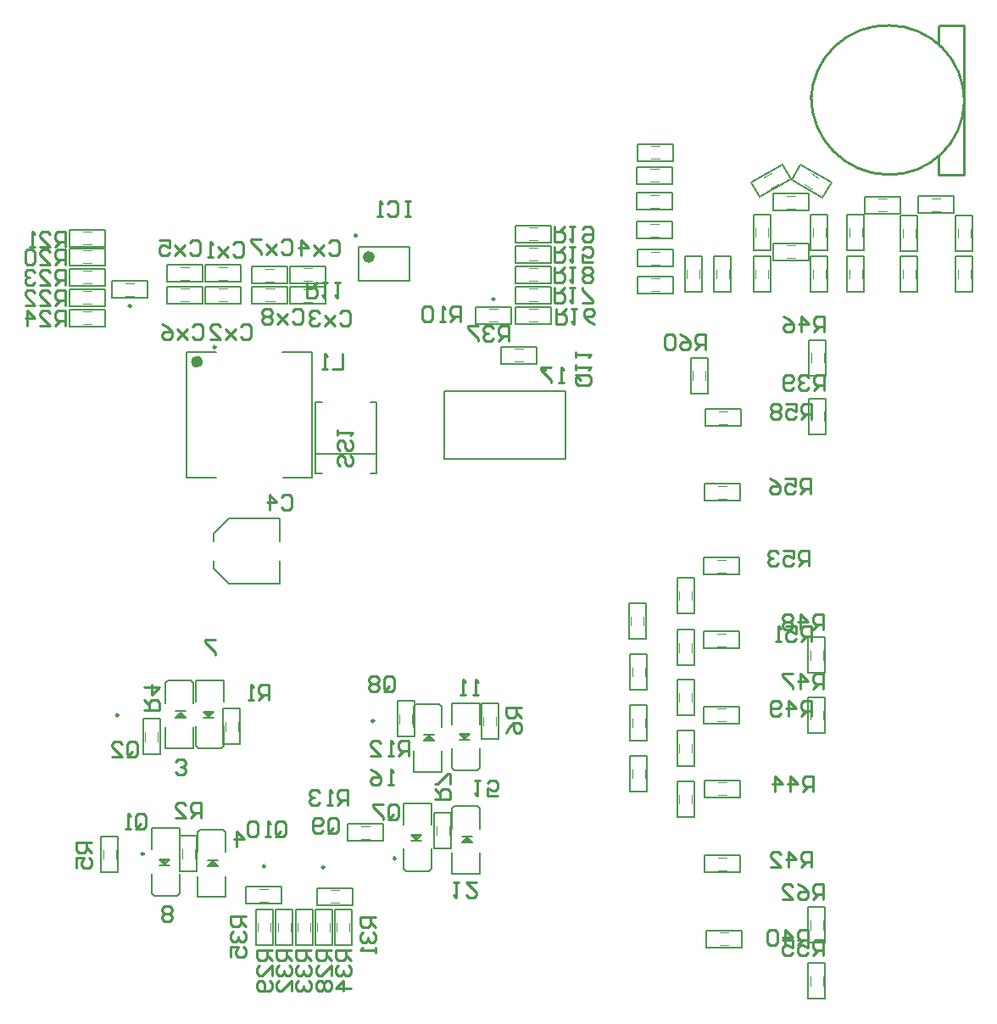
<source format=gbo>
G04*
G04 #@! TF.GenerationSoftware,Altium Limited,Altium Designer,18.1.6 (161)*
G04*
G04 Layer_Color=32896*
%FSTAX24Y24*%
%MOIN*%
G70*
G01*
G75*
%ADD10C,0.0040*%
%ADD11C,0.0079*%
%ADD13C,0.0098*%
%ADD14C,0.0100*%
%ADD15C,0.0050*%
%ADD119C,0.0236*%
D10*
X12118Y068249D02*
X12152D01*
X12118Y068749D02*
X12152D01*
X122695Y067221D02*
Y067561D01*
X122195Y067221D02*
Y067561D01*
X122695Y065618D02*
Y065958D01*
X122195Y065618D02*
Y065958D01*
X120545Y067221D02*
Y067561D01*
X120045Y067221D02*
Y067561D01*
X120545Y065618D02*
Y065958D01*
X120045Y065618D02*
Y065958D01*
X119079Y06875D02*
X119419D01*
X119079Y06825D02*
X119419D01*
X118445Y06724D02*
Y06758D01*
X117945Y06724D02*
Y06758D01*
X118445Y065618D02*
Y065958D01*
X117945Y065618D02*
Y065958D01*
X116178Y069303D02*
X116472Y069133D01*
X116428Y069736D02*
X116722Y069566D01*
X114585Y069581D02*
X114879Y069751D01*
X114835Y069148D02*
X115129Y069318D01*
X11548Y066407D02*
X11582D01*
X11548Y066907D02*
X11582D01*
X116995Y065608D02*
Y065948D01*
X116495Y065608D02*
Y065948D01*
X116995Y067245D02*
Y067585D01*
X116495Y067245D02*
Y067585D01*
X115463Y06835D02*
X115803D01*
X115463Y06885D02*
X115803D01*
X114757Y067245D02*
Y067585D01*
X114257Y067245D02*
Y067585D01*
X11475Y065608D02*
Y065948D01*
X11425Y065608D02*
Y065948D01*
X1132Y065608D02*
Y065948D01*
X1127Y065608D02*
Y065948D01*
X11013Y0703D02*
X11047D01*
X11013Y0708D02*
X11047D01*
X11205Y065608D02*
Y065948D01*
X11155Y065608D02*
Y065948D01*
X110151Y0651D02*
X110491D01*
X110151Y0656D02*
X110491D01*
X11013Y06615D02*
X11047D01*
X11013Y06665D02*
X11047D01*
X110102Y06725D02*
X110442D01*
X110102Y06775D02*
X110442D01*
X110102Y068399D02*
X110442D01*
X110102Y068899D02*
X110442D01*
X110102Y0694D02*
X110442D01*
X110102Y0699D02*
X110442D01*
X1099Y04998D02*
Y05032D01*
X1094Y04998D02*
Y05032D01*
X1164Y04828D02*
Y04862D01*
X1169Y04828D02*
Y04862D01*
X112813Y059898D02*
X113153D01*
X112813Y060398D02*
X113153D01*
X11278Y05695D02*
X11312D01*
X11278Y05745D02*
X11312D01*
X11273Y05405D02*
X11307D01*
X11273Y05455D02*
X11307D01*
X112732Y05115D02*
X113072D01*
X112732Y05165D02*
X113072D01*
X11273Y0482D02*
X11307D01*
X11273Y0487D02*
X11307D01*
X11278Y0453D02*
X11312D01*
X11278Y0458D02*
X11312D01*
X11278Y04235D02*
X11312D01*
X11278Y04285D02*
X11312D01*
X11283Y0394D02*
X11317D01*
X11283Y0399D02*
X11317D01*
X11175Y05298D02*
Y05332D01*
X11125Y05298D02*
Y05332D01*
X10985Y05198D02*
Y05232D01*
X10935Y05198D02*
Y05232D01*
X11175Y05093D02*
Y05127D01*
X11125Y05093D02*
Y05127D01*
X11175Y04898D02*
Y04932D01*
X11125Y04898D02*
Y04932D01*
X1099Y04798D02*
Y04832D01*
X1094Y04798D02*
Y04832D01*
X11175Y04698D02*
Y04732D01*
X11125Y04698D02*
Y04732D01*
X1099Y04598D02*
Y04632D01*
X1094Y04598D02*
Y04632D01*
X11175Y04498D02*
Y04532D01*
X11125Y04498D02*
Y04532D01*
X116433Y060028D02*
Y060368D01*
X116933Y060028D02*
Y060368D01*
X1164Y03783D02*
Y03817D01*
X1169Y03783D02*
Y03817D01*
Y04003D02*
Y04037D01*
X1164Y04003D02*
Y04037D01*
X112283Y061628D02*
Y061968D01*
X111783Y061628D02*
Y061968D01*
X116933Y062328D02*
Y062668D01*
X116433Y062328D02*
Y062668D01*
X1169Y05063D02*
Y05097D01*
X1164Y05063D02*
Y05097D01*
X10355Y048055D02*
Y048395D01*
X10405Y048055D02*
Y048395D01*
X10075Y04813D02*
Y04847D01*
X10025Y04813D02*
Y04847D01*
X1022Y043755D02*
Y044095D01*
X1017Y043755D02*
Y044095D01*
X0922Y04283D02*
Y04317D01*
X0917Y04283D02*
Y04317D01*
X0891Y042805D02*
Y043145D01*
X0886Y042805D02*
Y043145D01*
X09025Y04743D02*
Y04777D01*
X09075Y04743D02*
Y04777D01*
X0934Y04783D02*
Y04817D01*
X0939Y04783D02*
Y04817D01*
X09873Y043599D02*
X09907D01*
X09873Y044099D02*
X09907D01*
X10478Y06235D02*
X10512D01*
X10478Y06285D02*
X10512D01*
X10378Y0644D02*
X10412D01*
X10378Y0639D02*
X10412D01*
X08948Y064925D02*
X08982D01*
X08948Y065425D02*
X08982D01*
X09779Y039953D02*
Y040293D01*
X09829Y039953D02*
Y040293D01*
X09753Y041073D02*
X09787D01*
X09753Y041573D02*
X09787D01*
X097015Y039953D02*
Y040293D01*
X097515Y039953D02*
Y040293D01*
X09624Y039953D02*
Y040293D01*
X09674Y039953D02*
Y040293D01*
X095465Y039953D02*
Y040293D01*
X095965Y039953D02*
Y040293D01*
X09473Y041123D02*
X09507D01*
X09473Y041623D02*
X09507D01*
X09469Y039953D02*
Y040293D01*
X09519Y039953D02*
Y040293D01*
X087805Y06745D02*
X088145D01*
X087805Y06695D02*
X088145D01*
X087805Y0667D02*
X088145D01*
X087805Y0662D02*
X088145D01*
X087805Y0659D02*
X088145D01*
X087805Y0654D02*
X088145D01*
X087805Y0651D02*
X088145D01*
X087805Y0646D02*
X088145D01*
X087805Y0643D02*
X088145D01*
X087805Y0638D02*
X088145D01*
X10533Y0647D02*
X10567D01*
X10533Y0652D02*
X10567D01*
X10533Y0655D02*
X10567D01*
X10533Y066D02*
X10567D01*
X10533Y0671D02*
X10567D01*
X10533Y0676D02*
X10567D01*
X10533Y0639D02*
X10567D01*
X10533Y0644D02*
X10567D01*
X10533Y0663D02*
X10567D01*
X10533Y0668D02*
X10567D01*
X09498Y06599D02*
X09532D01*
X09498Y06549D02*
X09532D01*
X094986Y0652D02*
X095326D01*
X094986Y0647D02*
X095326D01*
X096474Y066D02*
X096814D01*
X096474Y0655D02*
X096814D01*
X09648Y06519D02*
X09682D01*
X09648Y06469D02*
X09682D01*
X091636Y06605D02*
X091976D01*
X091636Y06555D02*
X091976D01*
X091636Y0652D02*
X091976D01*
X091636Y0647D02*
X091976D01*
X09313Y06605D02*
X09347D01*
X09313Y06555D02*
X09347D01*
X09313Y0652D02*
X09347D01*
X09313Y0647D02*
X09347D01*
D11*
X091889Y057789D02*
Y062711D01*
X096811Y057789D02*
Y062711D01*
X095669Y057789D02*
X096791D01*
X091889D02*
X093051D01*
X095649Y062711D02*
X096811D01*
X091889D02*
X093051D01*
X100654Y065528D02*
Y066847D01*
X098646Y065528D02*
Y066847D01*
Y065528D02*
X100654D01*
X098646Y066847D02*
X100654D01*
X102Y05852D02*
X10612D01*
X102D02*
Y06118D01*
X10678D01*
Y05852D02*
Y06118D01*
X10611Y05852D02*
X10678D01*
X102703Y043676D02*
X103097D01*
X102782Y043479D02*
X103018D01*
X102703Y04344D02*
X103097D01*
X102703D02*
X1029Y043637D01*
X102841Y043538D02*
X102959D01*
X1029Y043637D02*
X103097Y04344D01*
X1023Y043997D02*
Y044775D01*
X1034Y043997D02*
Y044775D01*
Y042225D02*
Y043053D01*
X1023Y042225D02*
Y043053D01*
X1024Y044875D02*
X1033D01*
X1034Y044775D01*
X1023D02*
X1024Y044875D01*
X1023Y042225D02*
X1034D01*
X102603Y047474D02*
X102997D01*
X102682Y047671D02*
X102918D01*
X102603Y04771D02*
X102997D01*
X1028Y047513D02*
X102997Y04771D01*
X102741Y047612D02*
X102859D01*
X102603Y04771D02*
X1028Y047513D01*
X1034Y046375D02*
Y047153D01*
X1023Y046375D02*
Y047153D01*
Y048097D02*
Y048925D01*
X1034Y048097D02*
Y048925D01*
X1024Y046275D02*
X1033D01*
X1023Y046375D02*
X1024Y046275D01*
X1033D02*
X1034Y046375D01*
X1023Y048925D02*
X1034D01*
X100703Y043524D02*
X101097D01*
X100782Y043721D02*
X101018D01*
X100703Y04376D02*
X101097D01*
X1009Y043563D02*
X101097Y04376D01*
X100841Y043662D02*
X100959D01*
X100703Y04376D02*
X1009Y043563D01*
X1015Y042425D02*
Y043203D01*
X1004Y042425D02*
Y043203D01*
Y044147D02*
Y044975D01*
X1015Y044147D02*
Y044975D01*
X1005Y042325D02*
X1014D01*
X1004Y042425D02*
X1005Y042325D01*
X1014D02*
X1015Y042425D01*
X1004Y044975D02*
X1015D01*
X101203Y047676D02*
X101597D01*
X101282Y047479D02*
X101518D01*
X101203Y04744D02*
X101597D01*
X101203D02*
X1014Y047637D01*
X101341Y047538D02*
X101459D01*
X1014Y047637D02*
X101597Y04744D01*
X1008Y047997D02*
Y048775D01*
X1019Y047997D02*
Y048775D01*
Y046225D02*
Y047053D01*
X1008Y046225D02*
Y047053D01*
X1009Y048875D02*
X1018D01*
X1019Y048775D01*
X1008D02*
X1009Y048875D01*
X1008Y046225D02*
X1019D01*
X090803Y042549D02*
X091197D01*
X090882Y042746D02*
X091118D01*
X090803Y042785D02*
X091197D01*
X091Y042588D02*
X091197Y042785D01*
X090941Y042687D02*
X091059D01*
X090803Y042785D02*
X091Y042588D01*
X0916Y04145D02*
Y042228D01*
X0905Y04145D02*
Y042228D01*
Y043172D02*
Y044D01*
X0916Y043172D02*
Y044D01*
X0906Y04135D02*
X0915D01*
X0905Y04145D02*
X0906Y04135D01*
X0915D02*
X0916Y04145D01*
X0905Y044D02*
X0916D01*
X092703Y042751D02*
X093097D01*
X092782Y042554D02*
X093018D01*
X092703Y042515D02*
X093097D01*
X092703D02*
X0929Y042712D01*
X092841Y042613D02*
X092959D01*
X0929Y042712D02*
X093097Y042515D01*
X0923Y043072D02*
Y04385D01*
X0934Y043072D02*
Y04385D01*
Y0413D02*
Y042128D01*
X0923Y0413D02*
Y042128D01*
X0924Y04395D02*
X0933D01*
X0934Y04385D01*
X0923D02*
X0924Y04395D01*
X0923Y0413D02*
X0934D01*
X091453Y048601D02*
X091847D01*
X091532Y048404D02*
X091768D01*
X091453Y048365D02*
X091847D01*
X091453D02*
X09165Y048562D01*
X091591Y048463D02*
X091709D01*
X09165Y048562D02*
X091847Y048365D01*
X09105Y048922D02*
Y0497D01*
X09215Y048922D02*
Y0497D01*
Y04715D02*
Y047978D01*
X09105Y04715D02*
Y047978D01*
X09115Y0498D02*
X09205D01*
X09215Y0497D01*
X09105D02*
X09115Y0498D01*
X09105Y04715D02*
X09215D01*
X092553Y048349D02*
X092947D01*
X092632Y048546D02*
X092868D01*
X092553Y048585D02*
X092947D01*
X09275Y048388D02*
X092947Y048585D01*
X092691Y048487D02*
X092809D01*
X092553Y048585D02*
X09275Y048388D01*
X09335Y04725D02*
Y048028D01*
X09225Y04725D02*
Y048028D01*
Y048972D02*
Y0498D01*
X09335Y048972D02*
Y0498D01*
X09235Y04715D02*
X09325D01*
X09225Y04725D02*
X09235Y04715D01*
X09325D02*
X09335Y04725D01*
X09225Y0498D02*
X09335D01*
D13*
X093031Y062908D02*
G03*
X093031Y062908I-000049J0D01*
G01*
X098575Y0673D02*
G03*
X098575Y0673I-000049J0D01*
G01*
X1001Y042825D02*
G03*
X1001Y042825I-000049J0D01*
G01*
X089198Y04845D02*
G03*
X089198Y04845I-000049J0D01*
G01*
X097298Y042473D02*
G03*
X097298Y042473I-000049J0D01*
G01*
X094974Y042515D02*
G03*
X094974Y042515I-000049J0D01*
G01*
X089699Y064526D02*
G03*
X089699Y064526I-000049J0D01*
G01*
X103991Y064799D02*
G03*
X103991Y064799I-000049J0D01*
G01*
X105998Y062D02*
G03*
X105998Y062I-000049J0D01*
G01*
X099248Y048225D02*
G03*
X099248Y048225I-000049J0D01*
G01*
X0902Y043D02*
G03*
X0902Y043I-000049J0D01*
G01*
D14*
X116433Y072797D02*
G03*
X119464Y069687I003071J-000039D01*
G01*
Y069687D02*
G03*
X122456Y072561I000059J002933D01*
G01*
X122456D02*
G03*
X119504Y075553I-002972J00002D01*
G01*
D02*
G03*
X116433Y072639I-000079J-002992D01*
G01*
X121472Y075553D02*
X122456D01*
X121433Y074844D02*
Y075513D01*
Y069687D02*
Y070395D01*
Y069687D02*
X122456Y069687D01*
X121472Y069687D02*
X122417D01*
X122378D02*
X122456Y069687D01*
Y075553D01*
X11691Y041224D02*
Y041823D01*
X11661D01*
X11651Y041723D01*
Y041523D01*
X11661Y041424D01*
X11691D01*
X11671D02*
X11651Y041224D01*
X11591Y041823D02*
X11611Y041723D01*
X11631Y041523D01*
Y041324D01*
X11621Y041224D01*
X11601D01*
X11591Y041324D01*
Y041424D01*
X11601Y041523D01*
X11631D01*
X115311Y041224D02*
X11571D01*
X115311Y041623D01*
Y041723D01*
X11541Y041823D01*
X11561D01*
X11571Y041723D01*
X112283Y062828D02*
Y063428D01*
X111983D01*
X111883Y063328D01*
Y063128D01*
X111983Y063028D01*
X112283D01*
X112083D02*
X111883Y062828D01*
X111283Y063428D02*
X111483Y063328D01*
X111683Y063128D01*
Y062928D01*
X111583Y062828D01*
X111383D01*
X111283Y062928D01*
Y063028D01*
X111383Y063128D01*
X111683D01*
X111083Y063328D02*
X110983Y063428D01*
X110783D01*
X110683Y063328D01*
Y062928D01*
X110783Y062828D01*
X110983D01*
X111083Y062928D01*
Y063328D01*
X116433Y060072D02*
Y060671D01*
X116133D01*
X116033Y060571D01*
Y060371D01*
X116133Y060271D01*
X116433D01*
X116233D02*
X116033Y060072D01*
X115433Y060671D02*
X115833D01*
Y060371D01*
X115633Y060471D01*
X115533D01*
X115433Y060371D01*
Y060172D01*
X115533Y060072D01*
X115733D01*
X115833Y060172D01*
X115233Y060571D02*
X115133Y060671D01*
X114933D01*
X114833Y060571D01*
Y060471D01*
X114933Y060371D01*
X114833Y060271D01*
Y060172D01*
X114933Y060072D01*
X115133D01*
X115233Y060172D01*
Y060271D01*
X115133Y060371D01*
X115233Y060471D01*
Y060571D01*
X115133Y060371D02*
X114933D01*
X1164Y05715D02*
Y05775D01*
X1161D01*
X116Y05765D01*
Y05745D01*
X1161Y05735D01*
X1164D01*
X1162D02*
X116Y05715D01*
X1154Y05775D02*
X1158D01*
Y05745D01*
X1156Y05755D01*
X1155D01*
X1154Y05745D01*
Y05725D01*
X1155Y05715D01*
X1157D01*
X1158Y05725D01*
X114801Y05775D02*
X115Y05765D01*
X1152Y05745D01*
Y05725D01*
X1151Y05715D01*
X1149D01*
X114801Y05725D01*
Y05735D01*
X1149Y05745D01*
X1152D01*
X11692Y03902D02*
Y03962D01*
X11662D01*
X11652Y03952D01*
Y03932D01*
X11662Y03922D01*
X11692D01*
X11672D02*
X11652Y03902D01*
X11592Y03962D02*
X11632D01*
Y03932D01*
X11612Y03942D01*
X11602D01*
X11592Y03932D01*
Y03912D01*
X11602Y03902D01*
X11622D01*
X11632Y03912D01*
X115321Y03962D02*
X11572D01*
Y03932D01*
X11552Y03942D01*
X11542D01*
X115321Y03932D01*
Y03912D01*
X11542Y03902D01*
X11562D01*
X11572Y03912D01*
X11635Y0543D02*
Y0549D01*
X11605D01*
X11595Y0548D01*
Y0546D01*
X11605Y0545D01*
X11635D01*
X11615D02*
X11595Y0543D01*
X11535Y0549D02*
X11575D01*
Y0546D01*
X11555Y0547D01*
X11545D01*
X11535Y0546D01*
Y0544D01*
X11545Y0543D01*
X11565D01*
X11575Y0544D01*
X11515Y0548D02*
X11505Y0549D01*
X114851D01*
X114751Y0548D01*
Y0547D01*
X114851Y0546D01*
X11495D01*
X114851D01*
X114751Y0545D01*
Y0544D01*
X114851Y0543D01*
X11505D01*
X11515Y0544D01*
X116452Y05135D02*
Y05195D01*
X116152D01*
X116052Y05185D01*
Y05165D01*
X116152Y05155D01*
X116452D01*
X116252D02*
X116052Y05135D01*
X115452Y05195D02*
X115852D01*
Y05165D01*
X115652Y05175D01*
X115552D01*
X115452Y05165D01*
Y05145D01*
X115552Y05135D01*
X115752D01*
X115852Y05145D01*
X115252Y05135D02*
X115052D01*
X115152D01*
Y05195D01*
X115252Y05185D01*
X11645Y0484D02*
Y049D01*
X11615D01*
X11605Y0489D01*
Y0487D01*
X11615Y0486D01*
X11645D01*
X11625D02*
X11605Y0484D01*
X11555D02*
Y049D01*
X11585Y0487D01*
X11545D01*
X11525Y0485D02*
X11515Y0484D01*
X114951D01*
X114851Y0485D01*
Y0489D01*
X114951Y049D01*
X11515D01*
X11525Y0489D01*
Y0488D01*
X11515Y0487D01*
X114851D01*
X11691Y05183D02*
Y05243D01*
X11661D01*
X11651Y05233D01*
Y05213D01*
X11661Y05203D01*
X11691D01*
X11671D02*
X11651Y05183D01*
X11601D02*
Y05243D01*
X11631Y05213D01*
X11591D01*
X11571Y05233D02*
X11561Y05243D01*
X11541D01*
X115311Y05233D01*
Y05223D01*
X11541Y05213D01*
X115311Y05203D01*
Y05193D01*
X11541Y05183D01*
X11561D01*
X11571Y05193D01*
Y05203D01*
X11561Y05213D01*
X11571Y05223D01*
Y05233D01*
X11561Y05213D02*
X11541D01*
X11692Y04947D02*
Y05007D01*
X11662D01*
X11652Y04997D01*
Y04977D01*
X11662Y04967D01*
X11692D01*
X11672D02*
X11652Y04947D01*
X11602D02*
Y05007D01*
X11632Y04977D01*
X11592D01*
X11572Y05007D02*
X115321D01*
Y04997D01*
X11572Y04957D01*
Y04947D01*
X116943Y063519D02*
Y064119D01*
X116643D01*
X116543Y064019D01*
Y063819D01*
X116643Y063719D01*
X116943D01*
X116743D02*
X116543Y063519D01*
X116043D02*
Y064119D01*
X116343Y063819D01*
X115943D01*
X115343Y064119D02*
X115543Y064019D01*
X115743Y063819D01*
Y063619D01*
X115643Y063519D01*
X115443D01*
X115343Y063619D01*
Y063719D01*
X115443Y063819D01*
X115743D01*
X1165Y04545D02*
Y04605D01*
X1162D01*
X1161Y04595D01*
Y04575D01*
X1162Y04565D01*
X1165D01*
X1163D02*
X1161Y04545D01*
X1156D02*
Y04605D01*
X1159Y04575D01*
X1155D01*
X115Y04545D02*
Y04605D01*
X1153Y04575D01*
X114901D01*
X11645Y042475D02*
Y043075D01*
X11615D01*
X11605Y042975D01*
Y042775D01*
X11615Y042675D01*
X11645D01*
X11625D02*
X11605Y042475D01*
X11555D02*
Y043075D01*
X11585Y042775D01*
X11545D01*
X114851Y042475D02*
X11525D01*
X114851Y042875D01*
Y042975D01*
X11495Y043075D01*
X11515D01*
X11525Y042975D01*
X1163Y039404D02*
Y040004D01*
X116D01*
X1159Y039904D01*
Y039704D01*
X116Y039604D01*
X1163D01*
X1161D02*
X1159Y039404D01*
X1154D02*
Y040004D01*
X1157Y039704D01*
X1153D01*
X1151Y039904D02*
X115Y040004D01*
X1148D01*
X114701Y039904D01*
Y039504D01*
X1148Y039404D01*
X115D01*
X1151Y039504D01*
Y039904D01*
X116943Y061228D02*
Y061828D01*
X116643D01*
X116543Y061728D01*
Y061528D01*
X116643Y061428D01*
X116943D01*
X116743D02*
X116543Y061228D01*
X116343Y061728D02*
X116243Y061828D01*
X116043D01*
X115943Y061728D01*
Y061628D01*
X116043Y061528D01*
X116143D01*
X116043D01*
X115943Y061428D01*
Y061328D01*
X116043Y061228D01*
X116243D01*
X116343Y061328D01*
X115743D02*
X115643Y061228D01*
X115443D01*
X115343Y061328D01*
Y061728D01*
X115443Y061828D01*
X115643D01*
X115743Y061728D01*
Y061628D01*
X115643Y061528D01*
X115343D01*
X10068Y068645D02*
X10048D01*
X10058D01*
Y068045D01*
X10068D01*
X10048D01*
X09978Y068545D02*
X09988Y068645D01*
X10008D01*
X10018Y068545D01*
Y068145D01*
X10008Y068045D01*
X09988D01*
X09978Y068145D01*
X09958Y068045D02*
X09938D01*
X09948D01*
Y068645D01*
X09958Y068545D01*
X09605Y06431D02*
X09615Y06441D01*
X09635D01*
X09645Y06431D01*
Y06391D01*
X09635Y06381D01*
X09615D01*
X09605Y06391D01*
X09585Y06421D02*
X09545Y06381D01*
X09565Y06401D01*
X09545Y06421D01*
X09585Y06381D01*
X09525Y06431D02*
X09515Y06441D01*
X09495D01*
X094851Y06431D01*
Y06421D01*
X09495Y06411D01*
X094851Y06401D01*
Y06391D01*
X09495Y06381D01*
X09515D01*
X09525Y06391D01*
Y06401D01*
X09515Y06411D01*
X09525Y06421D01*
Y06431D01*
X09515Y06411D02*
X09495D01*
X0956Y06705D02*
X0957Y06715D01*
X0959D01*
X096Y06705D01*
Y06665D01*
X0959Y06655D01*
X0957D01*
X0956Y06665D01*
X0954Y06695D02*
X095Y06655D01*
X0952Y06675D01*
X095Y06695D01*
X0954Y06655D01*
X0948Y06715D02*
X094401D01*
Y06705D01*
X0948Y06665D01*
Y06655D01*
X0921Y0637D02*
X0922Y0638D01*
X0924D01*
X0925Y0637D01*
Y0633D01*
X0924Y0632D01*
X0922D01*
X0921Y0633D01*
X0919Y0636D02*
X0915Y0632D01*
X0917Y0634D01*
X0915Y0636D01*
X0919Y0632D01*
X090901Y0638D02*
X0911Y0637D01*
X0913Y0635D01*
Y0633D01*
X0912Y0632D01*
X091D01*
X090901Y0633D01*
Y0634D01*
X091Y0635D01*
X0913D01*
X092Y067D02*
X0921Y0671D01*
X0923D01*
X0924Y067D01*
Y0666D01*
X0923Y0665D01*
X0921D01*
X092Y0666D01*
X0918Y0669D02*
X0914Y0665D01*
X0916Y0667D01*
X0914Y0669D01*
X0918Y0665D01*
X090801Y0671D02*
X0912D01*
Y0668D01*
X091Y0669D01*
X0909D01*
X090801Y0668D01*
Y0666D01*
X0909Y0665D01*
X0911D01*
X0912Y0666D01*
X097475Y067D02*
X097575Y0671D01*
X097775D01*
X097875Y067D01*
Y0666D01*
X097775Y0665D01*
X097575D01*
X097475Y0666D01*
X097275Y0669D02*
X096875Y0665D01*
X097075Y0667D01*
X096875Y0669D01*
X097275Y0665D01*
X096375D02*
Y0671D01*
X096675Y0668D01*
X096276D01*
X0979Y06425D02*
X098Y06435D01*
X0982D01*
X0983Y06425D01*
Y06385D01*
X0982Y06375D01*
X098D01*
X0979Y06385D01*
X0977Y06415D02*
X0973Y06375D01*
X0975Y06395D01*
X0973Y06415D01*
X0977Y06375D01*
X0971Y06425D02*
X097Y06435D01*
X0968D01*
X096701Y06425D01*
Y06415D01*
X0968Y06405D01*
X0969D01*
X0968D01*
X096701Y06395D01*
Y06385D01*
X0968Y06375D01*
X097D01*
X0971Y06385D01*
X094Y0637D02*
X0941Y0638D01*
X0943D01*
X0944Y0637D01*
Y0633D01*
X0943Y0632D01*
X0941D01*
X094Y0633D01*
X0938Y0636D02*
X0934Y0632D01*
X0936Y0634D01*
X0934Y0636D01*
X0938Y0632D01*
X092801D02*
X0932D01*
X092801Y0636D01*
Y0637D01*
X0929Y0638D01*
X0931D01*
X0932Y0637D01*
X0937Y06695D02*
X0938Y06705D01*
X094D01*
X0941Y06695D01*
Y06655D01*
X094Y06645D01*
X0938D01*
X0937Y06655D01*
X0935Y06685D02*
X0931Y06645D01*
X0933Y06665D01*
X0931Y06685D01*
X0935Y06645D01*
X0929D02*
X0927D01*
X0928D01*
Y06705D01*
X0929Y06695D01*
X0942Y04055D02*
X0936D01*
Y04025D01*
X0937Y04015D01*
X0939D01*
X094Y04025D01*
Y04055D01*
Y04035D02*
X0942Y04015D01*
X0937Y03995D02*
X0936Y03985D01*
Y03965D01*
X0937Y03955D01*
X0938D01*
X0939Y03965D01*
Y03975D01*
Y03965D01*
X094Y03955D01*
X0941D01*
X0942Y03965D01*
Y03985D01*
X0941Y03995D01*
X0936Y038951D02*
Y03935D01*
X0939D01*
X0938Y03915D01*
Y03905D01*
X0939Y038951D01*
X0941D01*
X0942Y03905D01*
Y03925D01*
X0941Y03935D01*
X098336Y039223D02*
X097736D01*
Y038923D01*
X097836Y038823D01*
X098036D01*
X098136Y038923D01*
Y039223D01*
Y039023D02*
X098336Y038823D01*
X097836Y038623D02*
X097736Y038523D01*
Y038324D01*
X097836Y038224D01*
X097936D01*
X098036Y038324D01*
Y038423D01*
Y038324D01*
X098136Y038224D01*
X098236D01*
X098336Y038324D01*
Y038523D01*
X098236Y038623D01*
X098336Y037724D02*
X097736D01*
X098036Y038024D01*
Y037624D01*
X096788Y039223D02*
X096188D01*
Y038923D01*
X096288Y038823D01*
X096488D01*
X096588Y038923D01*
Y039223D01*
Y039023D02*
X096788Y038823D01*
X096288Y038623D02*
X096188Y038523D01*
Y038324D01*
X096288Y038224D01*
X096388D01*
X096488Y038324D01*
Y038423D01*
Y038324D01*
X096588Y038224D01*
X096688D01*
X096788Y038324D01*
Y038523D01*
X096688Y038623D01*
X096288Y038024D02*
X096188Y037924D01*
Y037724D01*
X096288Y037624D01*
X096388D01*
X096488Y037724D01*
Y037824D01*
Y037724D01*
X096588Y037624D01*
X096688D01*
X096788Y037724D01*
Y037924D01*
X096688Y038024D01*
X096014Y039223D02*
X095414D01*
Y038923D01*
X095514Y038823D01*
X095714D01*
X095814Y038923D01*
Y039223D01*
Y039023D02*
X096014Y038823D01*
X095514Y038623D02*
X095414Y038523D01*
Y038324D01*
X095514Y038224D01*
X095614D01*
X095714Y038324D01*
Y038423D01*
Y038324D01*
X095814Y038224D01*
X095914D01*
X096014Y038324D01*
Y038523D01*
X095914Y038623D01*
X096014Y037624D02*
Y038024D01*
X095614Y037624D01*
X095514D01*
X095414Y037724D01*
Y037924D01*
X095514Y038024D01*
X0993Y0405D02*
X0987D01*
Y0402D01*
X0988Y0401D01*
X099D01*
X0991Y0402D01*
Y0405D01*
Y0403D02*
X0993Y0401D01*
X0988Y0399D02*
X0987Y0398D01*
Y0396D01*
X0988Y0395D01*
X0989D01*
X099Y0396D01*
Y0397D01*
Y0396D01*
X0991Y0395D01*
X0992D01*
X0993Y0396D01*
Y0398D01*
X0992Y0399D01*
X0993Y0393D02*
Y0391D01*
Y0392D01*
X0987D01*
X0988Y0393D01*
X09524Y039223D02*
X09464D01*
Y038923D01*
X09474Y038823D01*
X09494D01*
X09504Y038923D01*
Y039223D01*
Y039023D02*
X09524Y038823D01*
Y038224D02*
Y038623D01*
X09484Y038224D01*
X09474D01*
X09464Y038324D01*
Y038523D01*
X09474Y038623D01*
X09514Y038024D02*
X09524Y037924D01*
Y037724D01*
X09514Y037624D01*
X09474D01*
X09464Y037724D01*
Y037924D01*
X09474Y038024D01*
X09484D01*
X09494Y037924D01*
Y037624D01*
X097562Y039223D02*
X096962D01*
Y038923D01*
X097062Y038823D01*
X097262D01*
X097362Y038923D01*
Y039223D01*
Y039023D02*
X097562Y038823D01*
Y038224D02*
Y038623D01*
X097162Y038224D01*
X097062D01*
X096962Y038324D01*
Y038523D01*
X097062Y038623D01*
Y038024D02*
X096962Y037924D01*
Y037724D01*
X097062Y037624D01*
X097162D01*
X097262Y037724D01*
X097362Y037624D01*
X097462D01*
X097562Y037724D01*
Y037924D01*
X097462Y038024D01*
X097362D01*
X097262Y037924D01*
X097162Y038024D01*
X097062D01*
X097262Y037924D02*
Y037724D01*
X087125Y06375D02*
Y06435D01*
X086825D01*
X086725Y06425D01*
Y06405D01*
X086825Y06395D01*
X087125D01*
X086925D02*
X086725Y06375D01*
X086125D02*
X086525D01*
X086125Y06415D01*
Y06425D01*
X086225Y06435D01*
X086425D01*
X086525Y06425D01*
X085625Y06375D02*
Y06435D01*
X085925Y06405D01*
X085526D01*
X087125Y06535D02*
Y06595D01*
X086825D01*
X086725Y06585D01*
Y06565D01*
X086825Y06555D01*
X087125D01*
X086925D02*
X086725Y06535D01*
X086125D02*
X086525D01*
X086125Y06575D01*
Y06585D01*
X086225Y06595D01*
X086425D01*
X086525Y06585D01*
X085925D02*
X085825Y06595D01*
X085625D01*
X085526Y06585D01*
Y06575D01*
X085625Y06565D01*
X085725D01*
X085625D01*
X085526Y06555D01*
Y06545D01*
X085625Y06535D01*
X085825D01*
X085925Y06545D01*
X087125Y06455D02*
Y06515D01*
X086825D01*
X086725Y06505D01*
Y06485D01*
X086825Y06475D01*
X087125D01*
X086925D02*
X086725Y06455D01*
X086125D02*
X086525D01*
X086125Y06495D01*
Y06505D01*
X086225Y06515D01*
X086425D01*
X086525Y06505D01*
X085526Y06455D02*
X085925D01*
X085526Y06495D01*
Y06505D01*
X085625Y06515D01*
X085825D01*
X085925Y06505D01*
X087125Y06685D02*
Y06745D01*
X086825D01*
X086725Y06735D01*
Y06715D01*
X086825Y06705D01*
X087125D01*
X086925D02*
X086725Y06685D01*
X086125D02*
X086525D01*
X086125Y06725D01*
Y06735D01*
X086225Y06745D01*
X086425D01*
X086525Y06735D01*
X085925Y06685D02*
X085725D01*
X085825D01*
Y06745D01*
X085925Y06735D01*
X087125Y06615D02*
Y06675D01*
X086825D01*
X086725Y06665D01*
Y06645D01*
X086825Y06635D01*
X087125D01*
X086925D02*
X086725Y06615D01*
X086125D02*
X086525D01*
X086125Y06655D01*
Y06665D01*
X086225Y06675D01*
X086425D01*
X086525Y06665D01*
X085925D02*
X085825Y06675D01*
X085625D01*
X085526Y06665D01*
Y06625D01*
X085625Y06615D01*
X085825D01*
X085925Y06625D01*
Y06665D01*
X10635Y06765D02*
Y06705D01*
X10665D01*
X10675Y06715D01*
Y06735D01*
X10665Y06745D01*
X10635D01*
X10655D02*
X10675Y06765D01*
X10695D02*
X10715D01*
X10705D01*
Y06705D01*
X10695Y06715D01*
X10745Y06755D02*
X10755Y06765D01*
X10775D01*
X10785Y06755D01*
Y06715D01*
X10775Y06705D01*
X10755D01*
X10745Y06715D01*
Y06725D01*
X10755Y06735D01*
X10785D01*
X10635Y06605D02*
Y06545D01*
X10665D01*
X10675Y06555D01*
Y06575D01*
X10665Y06585D01*
X10635D01*
X10655D02*
X10675Y06605D01*
X10695D02*
X10715D01*
X10705D01*
Y06545D01*
X10695Y06555D01*
X10745D02*
X10755Y06545D01*
X10775D01*
X10785Y06555D01*
Y06565D01*
X10775Y06575D01*
X10785Y06585D01*
Y06595D01*
X10775Y06605D01*
X10755D01*
X10745Y06595D01*
Y06585D01*
X10755Y06575D01*
X10745Y06565D01*
Y06555D01*
X10755Y06575D02*
X10775D01*
X10635Y06525D02*
Y06465D01*
X10665D01*
X10675Y06475D01*
Y06495D01*
X10665Y06505D01*
X10635D01*
X10655D02*
X10675Y06525D01*
X10695D02*
X10715D01*
X10705D01*
Y06465D01*
X10695Y06475D01*
X10745Y06465D02*
X10785D01*
Y06475D01*
X10745Y06515D01*
Y06525D01*
X1064Y0644D02*
Y0638D01*
X1067D01*
X1068Y0639D01*
Y0641D01*
X1067Y0642D01*
X1064D01*
X1066D02*
X1068Y0644D01*
X107D02*
X1072D01*
X1071D01*
Y0638D01*
X107Y0639D01*
X1079Y0638D02*
X1077Y0639D01*
X1075Y0641D01*
Y0643D01*
X1076Y0644D01*
X1078D01*
X1079Y0643D01*
Y0642D01*
X1078Y0641D01*
X1075D01*
X10635Y06685D02*
Y06625D01*
X10665D01*
X10675Y06635D01*
Y06655D01*
X10665Y06665D01*
X10635D01*
X10655D02*
X10675Y06685D01*
X10695D02*
X10715D01*
X10705D01*
Y06625D01*
X10695Y06635D01*
X10785Y06625D02*
X10745D01*
Y06655D01*
X10765Y06645D01*
X10775D01*
X10785Y06655D01*
Y06675D01*
X10775Y06685D01*
X10755D01*
X10745Y06675D01*
X0966Y06545D02*
Y06485D01*
X0969D01*
X097Y06495D01*
Y06515D01*
X0969Y06525D01*
X0966D01*
X0968D02*
X097Y06545D01*
X0972D02*
X0974D01*
X0973D01*
Y06485D01*
X0972Y06495D01*
X0977Y06545D02*
X0979D01*
X0978D01*
Y06485D01*
X0977Y06495D01*
X10265Y0639D02*
Y0645D01*
X10235D01*
X10225Y0644D01*
Y0642D01*
X10235Y0641D01*
X10265D01*
X10245D02*
X10225Y0639D01*
X10205D02*
X10185D01*
X10195D01*
Y0645D01*
X10205Y0644D01*
X10155D02*
X10145Y0645D01*
X10125D01*
X10115Y0644D01*
Y064D01*
X10125Y0639D01*
X10145D01*
X10155Y064D01*
Y0644D01*
X095366Y043785D02*
Y044185D01*
X095466Y044285D01*
X095666D01*
X095766Y044185D01*
Y043785D01*
X095666Y043685D01*
X095466D01*
X095566Y043885D02*
X095366Y043685D01*
X095466D02*
X095366Y043785D01*
X095166Y043685D02*
X094966D01*
X095066D01*
Y044285D01*
X095166Y044185D01*
X094666D02*
X094566Y044285D01*
X094366D01*
X094266Y044185D01*
Y043785D01*
X094366Y043685D01*
X094566D01*
X094666Y043785D01*
Y044185D01*
X09745Y0439D02*
Y0443D01*
X09755Y0444D01*
X09775D01*
X09785Y0443D01*
Y0439D01*
X09775Y0438D01*
X09755D01*
X09765Y044D02*
X09745Y0438D01*
X09755D02*
X09745Y0439D01*
X09725D02*
X09715Y0438D01*
X09695D01*
X09685Y0439D01*
Y0443D01*
X09695Y0444D01*
X09715D01*
X09725Y0443D01*
Y0442D01*
X09715Y0441D01*
X09685D01*
X095625Y05702D02*
X095725Y05712D01*
X095925D01*
X096025Y05702D01*
Y05662D01*
X095925Y05652D01*
X095725D01*
X095625Y05662D01*
X095126Y05652D02*
Y05712D01*
X095425Y05682D01*
X095026D01*
X098Y06265D02*
Y06205D01*
X0976D01*
X0974D02*
X0972D01*
X0973D01*
Y06265D01*
X0974Y06255D01*
X0983Y05865D02*
X0984Y05855D01*
Y05835D01*
X0983Y05825D01*
X0982D01*
X0981Y05835D01*
Y05855D01*
X098Y05865D01*
X0979D01*
X0978Y05855D01*
Y05835D01*
X0979Y05825D01*
X0983Y05925D02*
X0984Y05915D01*
Y05895D01*
X0983Y05885D01*
X0982D01*
X0981Y05895D01*
Y05915D01*
X098Y05925D01*
X0979D01*
X0978Y05915D01*
Y05895D01*
X0979Y05885D01*
X0978Y05945D02*
Y05965D01*
Y05955D01*
X0984D01*
X0983Y05945D01*
X10455Y06315D02*
Y06375D01*
X10425D01*
X10415Y06365D01*
Y06345D01*
X10425Y06335D01*
X10455D01*
X10435D02*
X10415Y06315D01*
X10395Y06365D02*
X10385Y06375D01*
X10365D01*
X10355Y06365D01*
Y06355D01*
X10365Y06345D01*
X10375D01*
X10365D01*
X10355Y06335D01*
Y06325D01*
X10365Y06315D01*
X10385D01*
X10395Y06325D01*
X10335Y06375D02*
X102951D01*
Y06365D01*
X10335Y06325D01*
Y06315D01*
X10729Y06183D02*
X10769D01*
X10779Y06173D01*
Y06153D01*
X10769Y06143D01*
X10729D01*
X10719Y06153D01*
Y06173D01*
X10739Y06163D02*
X10719Y06183D01*
Y06173D02*
X10729Y06183D01*
X10719Y06203D02*
Y06223D01*
Y06213D01*
X10779D01*
X10769Y06203D01*
X10719Y06253D02*
Y06273D01*
Y06263D01*
X10779D01*
X10769Y06253D01*
X10672Y06152D02*
X10652D01*
X10662D01*
Y06212D01*
X10672Y06202D01*
X10622Y06212D02*
X10582D01*
Y06202D01*
X10622Y06162D01*
Y06152D01*
X0982Y0449D02*
Y0455D01*
X0979D01*
X0978Y0454D01*
Y0452D01*
X0979Y0451D01*
X0982D01*
X098D02*
X0978Y0449D01*
X0976D02*
X0974D01*
X0975D01*
Y0455D01*
X0976Y0454D01*
X0971D02*
X097Y0455D01*
X0968D01*
X0967Y0454D01*
Y0453D01*
X0968Y0452D01*
X0969D01*
X0968D01*
X0967Y0451D01*
Y045D01*
X0968Y0449D01*
X097D01*
X0971Y045D01*
X1006Y04685D02*
Y04745D01*
X1003D01*
X1002Y04735D01*
Y04715D01*
X1003Y04705D01*
X1006D01*
X1004D02*
X1002Y04685D01*
X1D02*
X0998D01*
X0999D01*
Y04745D01*
X1Y04735D01*
X0991Y04685D02*
X0995D01*
X0991Y04725D01*
Y04735D01*
X0992Y04745D01*
X0994D01*
X0995Y04735D01*
X10163Y04515D02*
X10223D01*
Y04545D01*
X10213Y04555D01*
X10193D01*
X10183Y04545D01*
Y04515D01*
Y04535D02*
X10163Y04555D01*
X10223Y04575D02*
Y04615D01*
X10213D01*
X10173Y04575D01*
X10163D01*
X10505Y04875D02*
X10445D01*
Y04845D01*
X10455Y04835D01*
X10475D01*
X10485Y04845D01*
Y04875D01*
Y04855D02*
X10505Y04835D01*
X10445Y04775D02*
X10455Y04795D01*
X10475Y04815D01*
X10495D01*
X10505Y04805D01*
Y04785D01*
X10495Y04775D01*
X10485D01*
X10475Y04785D01*
Y04815D01*
X09964Y04949D02*
Y04989D01*
X09974Y04999D01*
X09994D01*
X10004Y04989D01*
Y04949D01*
X09994Y04939D01*
X09974D01*
X09984Y04959D02*
X09964Y04939D01*
X09974D02*
X09964Y04949D01*
X09944Y04989D02*
X09934Y04999D01*
X09914D01*
X09904Y04989D01*
Y04979D01*
X09914Y04969D01*
X09904Y04959D01*
Y04949D01*
X09914Y04939D01*
X09934D01*
X09944Y04949D01*
Y04959D01*
X09934Y04969D01*
X09944Y04979D01*
Y04989D01*
X09934Y04969D02*
X09914D01*
X0998Y04445D02*
Y04485D01*
X0999Y04495D01*
X1001D01*
X1002Y04485D01*
Y04445D01*
X1001Y04435D01*
X0999D01*
X1Y04455D02*
X0998Y04435D01*
X0999D02*
X0998Y04445D01*
X0996Y04495D02*
X0992D01*
Y04485D01*
X0996Y04445D01*
Y04435D01*
X100025Y0457D02*
X099825D01*
X099925D01*
Y0463D01*
X100025Y0462D01*
X099125Y0463D02*
X099325Y0462D01*
X099525Y046D01*
Y0458D01*
X099425Y0457D01*
X099225D01*
X099125Y0458D01*
Y0459D01*
X099225Y046D01*
X099525D01*
X1032Y045875D02*
X1034D01*
X1033D01*
Y045275D01*
X1032Y045375D01*
X1041Y045275D02*
X1037D01*
Y045575D01*
X1039Y045475D01*
X104D01*
X1041Y045575D01*
Y045775D01*
X104Y045875D01*
X1038D01*
X1037Y045775D01*
X10236Y041885D02*
X10256D01*
X10246D01*
Y041285D01*
X10236Y041385D01*
X10326Y041885D02*
X10286D01*
X10326Y041485D01*
Y041385D01*
X10316Y041285D01*
X10296D01*
X10286Y041385D01*
X10334Y049265D02*
X10314D01*
X10324D01*
Y049865D01*
X10334Y049765D01*
X10284Y049265D02*
X10264D01*
X10274D01*
Y049865D01*
X10284Y049765D01*
X08815Y04345D02*
X08755D01*
Y04315D01*
X08765Y04305D01*
X08785D01*
X08795Y04315D01*
Y04345D01*
Y04325D02*
X08815Y04305D01*
X08755Y04245D02*
Y04285D01*
X08785D01*
X08775Y04265D01*
Y04255D01*
X08785Y04245D01*
X08805D01*
X08815Y04255D01*
Y04275D01*
X08805Y04285D01*
X0902Y04865D02*
X0908D01*
Y04895D01*
X0907Y04905D01*
X0905D01*
X0904Y04895D01*
Y04865D01*
Y04885D02*
X0902Y04905D01*
Y04955D02*
X0908D01*
X0905Y04925D01*
Y04965D01*
X09245Y0444D02*
Y045D01*
X09215D01*
X09205Y0449D01*
Y0447D01*
X09215Y0446D01*
X09245D01*
X09225D02*
X09205Y0444D01*
X09145D02*
X09185D01*
X09145Y0448D01*
Y0449D01*
X09155Y045D01*
X09175D01*
X09185Y0449D01*
X0951Y04905D02*
Y04965D01*
X0948D01*
X0947Y04955D01*
Y04935D01*
X0948Y04925D01*
X0951D01*
X0949D02*
X0947Y04905D01*
X0945D02*
X0943D01*
X0944D01*
Y04965D01*
X0945Y04955D01*
X089886Y04407D02*
Y04447D01*
X089986Y04457D01*
X090186D01*
X090286Y04447D01*
Y04407D01*
X090186Y04397D01*
X089986D01*
X090086Y04417D02*
X089886Y04397D01*
X089986D02*
X089886Y04407D01*
X089686Y04397D02*
X089486D01*
X089586D01*
Y04457D01*
X089686Y04447D01*
X08955Y0469D02*
Y0473D01*
X08965Y0474D01*
X08985D01*
X08995Y0473D01*
Y0469D01*
X08985Y0468D01*
X08965D01*
X08975Y047D02*
X08955Y0468D01*
X08965D02*
X08955Y0469D01*
X08895Y0468D02*
X08935D01*
X08895Y0472D01*
Y0473D01*
X08905Y0474D01*
X08925D01*
X08935Y0473D01*
X0913Y04085D02*
X0912Y04095D01*
X091D01*
X0909Y04085D01*
Y04075D01*
X091Y04065D01*
X0909Y04055D01*
Y04045D01*
X091Y04035D01*
X0912D01*
X0913Y04045D01*
Y04055D01*
X0912Y04065D01*
X0913Y04075D01*
Y04085D01*
X0912Y04065D02*
X091D01*
X093Y0514D02*
X0926D01*
Y0513D01*
X093Y0509D01*
Y0508D01*
X09384Y04329D02*
Y04389D01*
X09414Y04359D01*
X09374D01*
X09145Y0462D02*
X09155Y0461D01*
X09175D01*
X09185Y0462D01*
Y0463D01*
X09175Y0464D01*
X09165D01*
X09175D01*
X09185Y0465D01*
Y0466D01*
X09175Y0467D01*
X09155D01*
X09145Y0466D01*
D15*
X12065Y068839D02*
X12205D01*
Y068169D02*
Y068839D01*
X12065Y068169D02*
X12205D01*
X12065D02*
Y068839D01*
X122105Y066691D02*
Y068091D01*
X122775D01*
Y066691D02*
Y068091D01*
X122105Y066691D02*
X122775D01*
X122105Y065088D02*
Y066488D01*
X122775D01*
Y065088D02*
Y066488D01*
X122105Y065088D02*
X122775D01*
X119955Y066691D02*
Y068091D01*
X120625D01*
Y066691D02*
Y068091D01*
X119955Y066691D02*
X120625D01*
X119955Y065088D02*
Y066488D01*
X120625D01*
Y065088D02*
Y066488D01*
X119955Y065088D02*
X120625D01*
X118549Y06816D02*
X119949D01*
X118549D02*
Y06883D01*
X119949D01*
Y06816D02*
Y06883D01*
X117855Y06671D02*
Y06811D01*
X118525D01*
Y06671D02*
Y06811D01*
X117855Y06671D02*
X118525D01*
X117855Y065088D02*
Y066488D01*
X118525D01*
Y065088D02*
Y066488D01*
X117855Y065088D02*
X118525D01*
X116014Y070079D02*
X117226Y069379D01*
X116891Y068799D02*
X117226Y069379D01*
X115679Y069499D02*
X116891Y068799D01*
X115679Y069499D02*
X116014Y070079D01*
X114421Y068805D02*
X115633Y069505D01*
X114086Y069385D02*
X114421Y068805D01*
X114086Y069385D02*
X115298Y070085D01*
X115633Y069505D01*
X11495Y066997D02*
X11635D01*
Y066327D02*
Y066997D01*
X11495Y066327D02*
X11635D01*
X11495D02*
Y066997D01*
X116405Y065078D02*
Y066478D01*
X117075D01*
Y065078D02*
Y066478D01*
X116405Y065078D02*
X117075D01*
X116405Y066715D02*
Y068115D01*
X117075D01*
Y066715D02*
Y068115D01*
X116405Y066715D02*
X117075D01*
X114933Y06894D02*
X116333D01*
Y06827D02*
Y06894D01*
X114933Y06827D02*
X116333D01*
X114933D02*
Y06894D01*
X114167Y066715D02*
Y068115D01*
X114837D01*
Y066715D02*
Y068115D01*
X114167Y066715D02*
X114837D01*
X11416Y065078D02*
Y066478D01*
X11483D01*
Y065078D02*
Y066478D01*
X11416Y065078D02*
X11483D01*
X11261D02*
Y066478D01*
X11328D01*
Y065078D02*
Y066478D01*
X11261Y065078D02*
X11328D01*
X1096Y07089D02*
X111D01*
Y07022D02*
Y07089D01*
X1096Y07022D02*
X111D01*
X1096D02*
Y07089D01*
X11146Y065078D02*
Y066478D01*
X11213D01*
Y065078D02*
Y066478D01*
X11146Y065078D02*
X11213D01*
X109621Y06569D02*
X111021D01*
Y06502D02*
Y06569D01*
X109621Y06502D02*
X111021D01*
X109621D02*
Y06569D01*
X1096Y06674D02*
X111D01*
Y06607D02*
Y06674D01*
X1096Y06607D02*
X111D01*
X1096D02*
Y06674D01*
X109572Y06784D02*
X110972D01*
Y06717D02*
Y06784D01*
X109572Y06717D02*
X110972D01*
X109572D02*
Y06784D01*
Y068989D02*
X110972D01*
Y068319D02*
Y068989D01*
X109572Y068319D02*
X110972D01*
X109572D02*
Y068989D01*
Y06999D02*
X110972D01*
Y06932D02*
Y06999D01*
X109572Y06932D02*
X110972D01*
X109572D02*
Y06999D01*
X10931Y04945D02*
Y05085D01*
X10998D01*
Y04945D02*
Y05085D01*
X10931Y04945D02*
X10998D01*
X11699Y04775D02*
Y04915D01*
X11632Y04775D02*
X11699D01*
X11632D02*
Y04915D01*
X11699D01*
X112283Y060488D02*
X113683D01*
Y059818D02*
Y060488D01*
X112283Y059818D02*
X113683D01*
X112283D02*
Y060488D01*
X11225Y05754D02*
X11365D01*
Y05687D02*
Y05754D01*
X11225Y05687D02*
X11365D01*
X11225D02*
Y05754D01*
X1122Y05464D02*
X1136D01*
Y05397D02*
Y05464D01*
X1122Y05397D02*
X1136D01*
X1122D02*
Y05464D01*
X112202Y05174D02*
X113602D01*
Y05107D02*
Y05174D01*
X112202Y05107D02*
X113602D01*
X112202D02*
Y05174D01*
X1122Y04879D02*
X1136D01*
Y04812D02*
Y04879D01*
X1122Y04812D02*
X1136D01*
X1122D02*
Y04879D01*
X11225Y04589D02*
X11365D01*
Y04522D02*
Y04589D01*
X11225Y04522D02*
X11365D01*
X11225D02*
Y04589D01*
Y04294D02*
X11365D01*
Y04227D02*
Y04294D01*
X11225Y04227D02*
X11365D01*
X11225D02*
Y04294D01*
X1123Y03999D02*
X1137D01*
Y03932D02*
Y03999D01*
X1123Y03932D02*
X1137D01*
X1123D02*
Y03999D01*
X11116Y05245D02*
Y05385D01*
X11183D01*
Y05245D02*
Y05385D01*
X11116Y05245D02*
X11183D01*
X10926Y05145D02*
Y05285D01*
X10993D01*
Y05145D02*
Y05285D01*
X10926Y05145D02*
X10993D01*
X11116Y0504D02*
Y0518D01*
X11183D01*
Y0504D02*
Y0518D01*
X11116Y0504D02*
X11183D01*
X11116Y04845D02*
Y04985D01*
X11183D01*
Y04845D02*
Y04985D01*
X11116Y04845D02*
X11183D01*
X10931Y04745D02*
Y04885D01*
X10998D01*
Y04745D02*
Y04885D01*
X10931Y04745D02*
X10998D01*
X11116Y04645D02*
Y04785D01*
X11183D01*
Y04645D02*
Y04785D01*
X11116Y04645D02*
X11183D01*
X10931Y04545D02*
Y04685D01*
X10998D01*
Y04545D02*
Y04685D01*
X10931Y04545D02*
X10998D01*
X11116Y04445D02*
Y04585D01*
X11183D01*
Y04445D02*
Y04585D01*
X11116Y04445D02*
X11183D01*
X117023Y059498D02*
Y060898D01*
X116353Y059498D02*
X117023D01*
X116353D02*
Y060898D01*
X117023D01*
X11699Y0373D02*
Y0387D01*
X11632Y0373D02*
X11699D01*
X11632D02*
Y0387D01*
X11699D01*
X11631Y0395D02*
Y0409D01*
X11698D01*
Y0395D02*
Y0409D01*
X11631Y0395D02*
X11698D01*
X111693Y061098D02*
Y062498D01*
X112363D01*
Y061098D02*
Y062498D01*
X111693Y061098D02*
X112363D01*
X116343Y061798D02*
Y063198D01*
X117013D01*
Y061798D02*
Y063198D01*
X116343Y061798D02*
X117013D01*
X11631Y0501D02*
Y0515D01*
X11698D01*
Y0501D02*
Y0515D01*
X11631Y0501D02*
X11698D01*
X10346Y047525D02*
X10413D01*
Y048925D01*
X10346D02*
X10413D01*
X10346Y047525D02*
Y048925D01*
X10017Y049D02*
X10084D01*
X10017Y0476D02*
Y049D01*
Y0476D02*
X10084D01*
Y049D01*
X10162Y044625D02*
X10229D01*
X10162Y043225D02*
Y044625D01*
Y043225D02*
X10229D01*
Y044625D01*
X09162Y0437D02*
X09229D01*
X09162Y0423D02*
Y0437D01*
Y0423D02*
X09229D01*
Y0437D01*
X08852Y043675D02*
X08919D01*
X08852Y042275D02*
Y043675D01*
Y042275D02*
X08919D01*
Y043675D01*
X09016Y0469D02*
X09083D01*
Y0483D01*
X09016D02*
X09083D01*
X09016Y0469D02*
Y0483D01*
X09331Y0473D02*
X09398D01*
Y0487D01*
X09331D02*
X09398D01*
X09331Y0473D02*
Y0487D01*
X0996Y043509D02*
Y044179D01*
X0982D02*
X0996D01*
X0982Y043509D02*
Y044179D01*
Y043509D02*
X0996D01*
X10565Y06226D02*
Y06293D01*
X10425D02*
X10565D01*
X10425Y06226D02*
Y06293D01*
Y06226D02*
X10565D01*
X10325Y06381D02*
X10465D01*
X10325D02*
Y06448D01*
X10465D01*
Y06381D02*
Y06448D01*
X08895Y065515D02*
X09035D01*
Y064845D02*
Y065515D01*
X08895Y064845D02*
X09035D01*
X08895D02*
Y065515D01*
X09838Y039423D02*
Y040823D01*
X09771Y039423D02*
X09838D01*
X09771D02*
Y040823D01*
X09838D01*
X097Y041663D02*
X0984D01*
Y040993D02*
Y041663D01*
X097Y040993D02*
X0984D01*
X097D02*
Y041663D01*
X097605Y039423D02*
Y040823D01*
X096935Y039423D02*
X097605D01*
X096935D02*
Y040823D01*
X097605D01*
X09683Y039423D02*
Y040823D01*
X09616Y039423D02*
X09683D01*
X09616D02*
Y040823D01*
X09683D01*
X096055Y039423D02*
Y040823D01*
X095385Y039423D02*
X096055D01*
X095385D02*
Y040823D01*
X096055D01*
X0942Y041713D02*
X0956D01*
Y041043D02*
Y041713D01*
X0942Y041043D02*
X0956D01*
X0942D02*
Y041713D01*
X09528Y039423D02*
Y040823D01*
X09461Y039423D02*
X09528D01*
X09461D02*
Y040823D01*
X09528D01*
X087275Y06686D02*
X088675D01*
X087275D02*
Y06753D01*
X088675D01*
Y06686D02*
Y06753D01*
X087275Y06611D02*
X088675D01*
X087275D02*
Y06678D01*
X088675D01*
Y06611D02*
Y06678D01*
X087275Y06531D02*
X088675D01*
X087275D02*
Y06598D01*
X088675D01*
Y06531D02*
Y06598D01*
X087275Y06451D02*
X088675D01*
X087275D02*
Y06518D01*
X088675D01*
Y06451D02*
Y06518D01*
X087275Y06371D02*
X088675D01*
X087275D02*
Y06438D01*
X088675D01*
Y06371D02*
Y06438D01*
X1048Y06529D02*
X1062D01*
Y06462D02*
Y06529D01*
X1048Y06462D02*
X1062D01*
X1048D02*
Y06529D01*
Y06609D02*
X1062D01*
Y06542D02*
Y06609D01*
X1048Y06542D02*
X1062D01*
X1048D02*
Y06609D01*
Y06769D02*
X1062D01*
Y06702D02*
Y06769D01*
X1048Y06702D02*
X1062D01*
X1048D02*
Y06769D01*
Y06449D02*
X1062D01*
Y06382D02*
Y06449D01*
X1048Y06382D02*
X1062D01*
X1048D02*
Y06449D01*
X1048Y06689D02*
X1062D01*
Y06622D02*
Y06689D01*
X1048Y06622D02*
X1062D01*
X1048D02*
Y06689D01*
X09445Y06541D02*
Y06608D01*
Y06541D02*
X09585D01*
Y06608D01*
X09445D02*
X09585D01*
X094456Y06462D02*
Y06529D01*
Y06462D02*
X095856D01*
Y06529D01*
X094456D02*
X095856D01*
X095944Y06542D02*
Y06609D01*
Y06542D02*
X097344D01*
Y06609D01*
X095944D02*
X097344D01*
X09595Y06461D02*
Y06528D01*
Y06461D02*
X09735D01*
Y06528D01*
X09595D02*
X09735D01*
X091106Y06547D02*
Y06614D01*
Y06547D02*
X092506D01*
Y06614D01*
X091106D02*
X092506D01*
X091106Y06462D02*
Y06529D01*
Y06462D02*
X092506D01*
Y06529D01*
X091106D02*
X092506D01*
X0926Y06547D02*
Y06614D01*
Y06547D02*
X094D01*
Y06614D01*
X0926D02*
X094D01*
X0926Y06462D02*
Y06529D01*
Y06462D02*
X094D01*
Y06529D01*
X0926D02*
X094D01*
X092948Y054211D02*
X093559Y053601D01*
X092948Y055589D02*
X093559Y056199D01*
X095547D01*
X093559Y053601D02*
X095547D01*
Y055294D02*
Y056199D01*
Y053601D02*
Y054506D01*
X092948Y054211D02*
Y054506D01*
Y055294D02*
Y055589D01*
X0991Y05795D02*
X09935D01*
Y06075D01*
X0991D02*
X09935D01*
X09695D02*
X0972D01*
X09695Y05795D02*
Y06075D01*
Y05795D02*
X0972D01*
X09695Y0587D02*
X09935D01*
D119*
X092401Y062337D02*
G03*
X092401Y062337I-000118J0D01*
G01*
X099158Y066454D02*
G03*
X099158Y066454I-000118J0D01*
G01*
M02*

</source>
